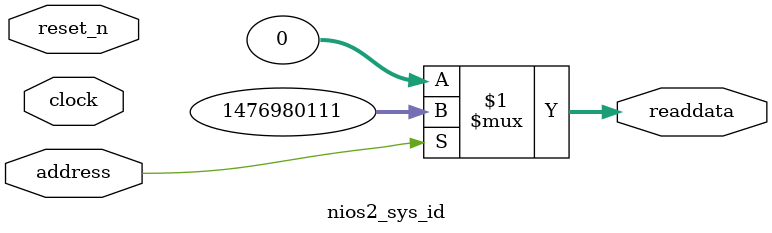
<source format=v>



// synthesis translate_off
`timescale 1ns / 1ps
// synthesis translate_on

// turn off superfluous verilog processor warnings 
// altera message_level Level1 
// altera message_off 10034 10035 10036 10037 10230 10240 10030 

module nios2_sys_id (
               // inputs:
                address,
                clock,
                reset_n,

               // outputs:
                readdata
             )
;

  output  [ 31: 0] readdata;
  input            address;
  input            clock;
  input            reset_n;

  wire    [ 31: 0] readdata;
  //control_slave, which is an e_avalon_slave
  assign readdata = address ? 1476980111 : 0;

endmodule




</source>
